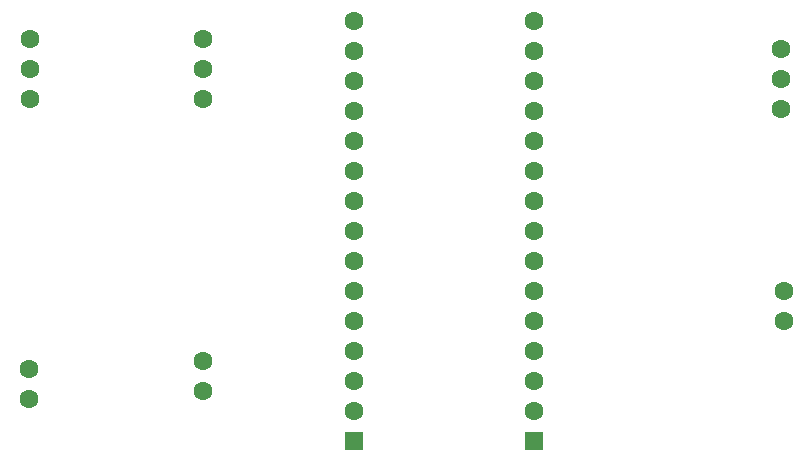
<source format=gtl>
G04 Layer: TopLayer*
G04 EasyEDA v6.5.12, 2022-08-13 19:42:35*
G04 9ce99227bc0a4aedad01d0d7efa1a16d,d2a3e1526f234093adc7d0cc0e5670ed,10*
G04 Gerber Generator version 0.2*
G04 Scale: 100 percent, Rotated: No, Reflected: No *
G04 Dimensions in millimeters *
G04 leading zeros omitted , absolute positions ,4 integer and 5 decimal *
%FSLAX45Y45*%
%MOMM*%

%ADD10C,1.6000*%
%ADD11R,1.6000X1.6000*%

%LPD*%
D10*
G01*
X6177534Y5486400D03*
G01*
X6177534Y5740400D03*
G01*
X12567665Y6400800D03*
G01*
X12567665Y6146800D03*
G01*
X7650734Y5549900D03*
G01*
X7650734Y5803900D03*
G01*
X12542265Y8445500D03*
G01*
X12542265Y8191500D03*
G01*
X12542265Y7937500D03*
D11*
G01*
X10452100Y5130800D03*
D10*
G01*
X8928100Y5384800D03*
G01*
X8928100Y5892800D03*
G01*
X8928100Y6400800D03*
G01*
X8928100Y6908800D03*
G01*
X8928100Y7416800D03*
G01*
X8928100Y7924800D03*
G01*
X8928100Y8432800D03*
G01*
X10452100Y8686800D03*
G01*
X10452100Y8178800D03*
G01*
X10452100Y7670800D03*
G01*
X10452100Y7162800D03*
G01*
X10452100Y6654800D03*
G01*
X10452100Y6146800D03*
G01*
X10452100Y5638800D03*
G01*
X10452100Y5384800D03*
G01*
X10452100Y5892800D03*
G01*
X10452100Y6400800D03*
G01*
X10452100Y6908800D03*
G01*
X10452100Y7416800D03*
G01*
X10452100Y7924800D03*
G01*
X10452100Y8432800D03*
G01*
X8928100Y8686800D03*
G01*
X8928100Y8178800D03*
G01*
X8928100Y7670800D03*
G01*
X8928100Y7162800D03*
G01*
X8928100Y6654800D03*
G01*
X8928100Y6146800D03*
G01*
X8928100Y5638800D03*
D11*
G01*
X8928100Y5130800D03*
D10*
G01*
X6190234Y8026400D03*
G01*
X6190234Y8280400D03*
G01*
X6190234Y8534400D03*
G01*
X7650734Y8026400D03*
G01*
X7650734Y8280400D03*
G01*
X7650734Y8534400D03*
M02*

</source>
